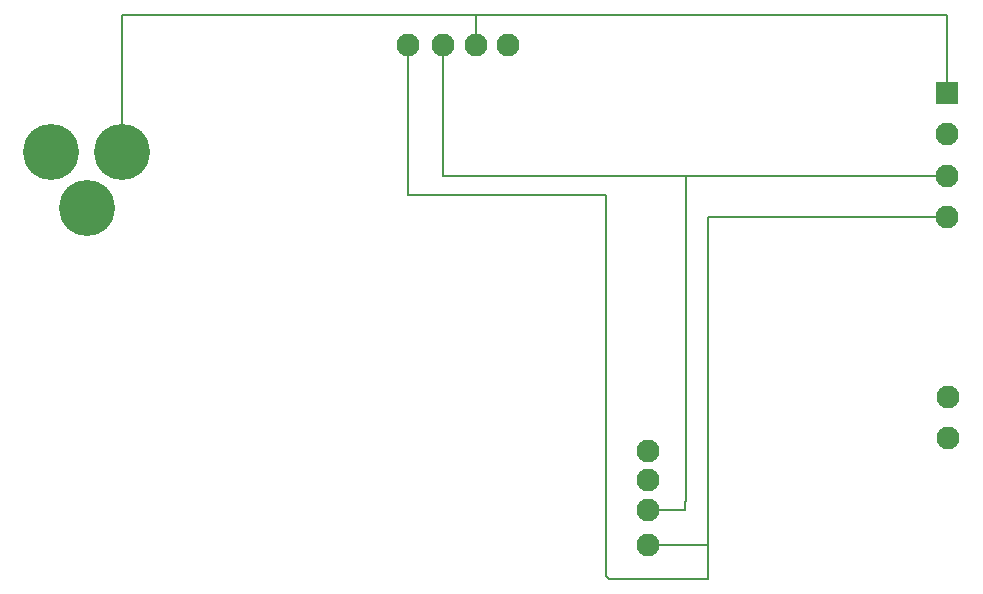
<source format=gbr>
%TF.GenerationSoftware,KiCad,Pcbnew,8.0.2-1*%
%TF.CreationDate,2024-07-11T16:18:04-04:00*%
%TF.ProjectId,stairs light strip,73746169-7273-4206-9c69-676874207374,rev?*%
%TF.SameCoordinates,Original*%
%TF.FileFunction,Copper,L1,Top*%
%TF.FilePolarity,Positive*%
%FSLAX46Y46*%
G04 Gerber Fmt 4.6, Leading zero omitted, Abs format (unit mm)*
G04 Created by KiCad (PCBNEW 8.0.2-1) date 2024-07-11 16:18:04*
%MOMM*%
%LPD*%
G01*
G04 APERTURE LIST*
%TA.AperFunction,ComponentPad*%
%ADD10C,1.950000*%
%TD*%
%TA.AperFunction,ComponentPad*%
%ADD11R,1.950000X1.950000*%
%TD*%
%TA.AperFunction,ComponentPad*%
%ADD12C,4.743000*%
%TD*%
%TA.AperFunction,Conductor*%
%ADD13C,0.200000*%
%TD*%
G04 APERTURE END LIST*
D10*
%TO.P,pir-motion-sensor1,1,Pin_1*%
%TO.N,Net-(pir-motion-sensor1-Pin_1)*%
X195133398Y-91440000D03*
%TO.P,pir-motion-sensor1,2,Pin_2*%
%TO.N,Net-(pir-motion-sensor1-Pin_2)*%
X198133398Y-91440000D03*
%TO.P,pir-motion-sensor1,3,Pin_3*%
%TO.N,Net-(pir-motion-sensor1-Pin_3)*%
X200883398Y-91440000D03*
%TO.P,pir-motion-sensor1,4,Pin_4*%
%TO.N,Net-(pir-motion-sensor1-Pin_4)*%
X203633398Y-91440000D03*
%TD*%
D11*
%TO.P,pir terminal block,1,1*%
%TO.N,Net-(pir-motion-sensor1-Pin_3)*%
X240803398Y-95540000D03*
D10*
%TO.P,pir terminal block,2,2*%
%TO.N,Net-(pir-motion-sensor1-Pin_4)*%
X240803398Y-99040000D03*
%TO.P,pir terminal block,3,3*%
%TO.N,Net-(pir-motion-sensor1-Pin_2)*%
X240803398Y-102540000D03*
%TO.P,pir terminal block,4,4*%
%TO.N,Net-(pir-motion-sensor1-Pin_1)*%
X240803398Y-106040000D03*
%TD*%
D12*
%TO.P,barrel jack,1,1*%
%TO.N,Net-(pir-motion-sensor1-Pin_3)*%
X170952398Y-100544000D03*
%TO.P,barrel jack,2,2*%
%TO.N,Net-(pir-motion-sensor1-Pin_4)*%
X164952398Y-100544000D03*
%TO.P,barrel jack,3,3*%
%TO.N,unconnected-(barrel-jack1-Pad3)*%
X167952398Y-105244000D03*
%TD*%
D10*
%TO.P,pwm-dimmer1,1,Pin_1*%
%TO.N,Net-(pir-motion-sensor1-Pin_1)*%
X215453398Y-133810000D03*
%TO.P,pwm-dimmer1,2,Pin_2*%
%TO.N,Net-(pir-motion-sensor1-Pin_2)*%
X215453398Y-130810000D03*
%TO.P,pwm-dimmer1,3,Pin_3*%
%TO.N,Net-(pwm-dimmer1-Pin_3)*%
X215453398Y-128310000D03*
%TO.P,pwm-dimmer1,4,Pin_4*%
%TO.N,Net-(pwm-dimmer1-Pin_4)*%
X215453398Y-125810000D03*
%TD*%
%TO.P,light strip terminal block,1,1*%
%TO.N,Net-(pwm-dimmer1-Pin_3)*%
X240853398Y-121285000D03*
%TO.P,light strip terminal block,2,2*%
%TO.N,Net-(pwm-dimmer1-Pin_4)*%
X240853398Y-124785000D03*
%TD*%
D13*
%TO.N,Net-(pir-motion-sensor1-Pin_1)*%
X220533398Y-133858000D02*
X220533398Y-133350000D01*
X211897398Y-104140000D02*
X195133398Y-104140000D01*
X215453398Y-133810000D02*
X220485398Y-133810000D01*
X212151398Y-136652000D02*
X211897398Y-136398000D01*
X220533398Y-136652000D02*
X212151398Y-136652000D01*
X220533398Y-133350000D02*
X220533398Y-106040000D01*
X220533398Y-106040000D02*
X240803398Y-106040000D01*
X220533398Y-133350000D02*
X220533398Y-136652000D01*
X195133398Y-104140000D02*
X195133398Y-91440000D01*
X220485398Y-133810000D02*
X220533398Y-133858000D01*
X211897398Y-136398000D02*
X211897398Y-104140000D01*
%TO.N,Net-(pir-motion-sensor1-Pin_2)*%
X218628398Y-130810000D02*
X218628398Y-130104000D01*
X218628398Y-130104000D02*
X218652398Y-130080000D01*
X198133398Y-102540000D02*
X198133398Y-91440000D01*
X240803398Y-102540000D02*
X218652398Y-102540000D01*
X215453398Y-130810000D02*
X218628398Y-130810000D01*
X218652398Y-102540000D02*
X198133398Y-102540000D01*
X218652398Y-102540000D02*
X218652398Y-130080000D01*
%TO.N,Net-(pir-motion-sensor1-Pin_3)*%
X170952398Y-88900000D02*
X200883398Y-88900000D01*
X200883398Y-90163300D02*
X200883398Y-88900000D01*
X200883398Y-88900000D02*
X240803398Y-88900000D01*
X240803398Y-88900000D02*
X240803398Y-95540000D01*
X170952398Y-100544000D02*
X170952398Y-88900000D01*
X200883398Y-90163300D02*
X200883398Y-91440000D01*
%TD*%
M02*

</source>
